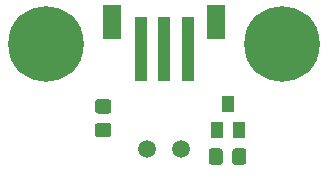
<source format=gbr>
%TF.GenerationSoftware,KiCad,Pcbnew,(5.1.8-0-10_14)*%
%TF.CreationDate,2021-03-11T12:17:28+11:00*%
%TF.ProjectId,Open-JIP(KiCad)_T3.6_OD,4f70656e-2d4a-4495-9028-4b6943616429,rev?*%
%TF.SameCoordinates,Original*%
%TF.FileFunction,Soldermask,Top*%
%TF.FilePolarity,Negative*%
%FSLAX46Y46*%
G04 Gerber Fmt 4.6, Leading zero omitted, Abs format (unit mm)*
G04 Created by KiCad (PCBNEW (5.1.8-0-10_14)) date 2021-03-11 12:17:28*
%MOMM*%
%LPD*%
G01*
G04 APERTURE LIST*
%ADD10C,6.400000*%
%ADD11C,0.800000*%
%ADD12R,1.600000X3.000000*%
%ADD13R,1.000000X5.500000*%
%ADD14C,1.500000*%
%ADD15R,1.000000X1.400000*%
G04 APERTURE END LIST*
D10*
%TO.C,REF\u002A\u002A*%
X65000000Y-119000000D03*
D11*
X67400000Y-119000000D03*
X66697056Y-120697056D03*
X65000000Y-121400000D03*
X63302944Y-120697056D03*
X62600000Y-119000000D03*
X63302944Y-117302944D03*
X65000000Y-116600000D03*
X66697056Y-117302944D03*
%TD*%
%TO.C,REF\u002A\u002A*%
X86697056Y-117302944D03*
X85000000Y-116600000D03*
X83302944Y-117302944D03*
X82600000Y-119000000D03*
X83302944Y-120697056D03*
X85000000Y-121400000D03*
X86697056Y-120697056D03*
X87400000Y-119000000D03*
D10*
X85000000Y-119000000D03*
%TD*%
D12*
%TO.C,J1*%
X70650000Y-117125000D03*
X79450000Y-117125000D03*
D13*
X77050000Y-119375000D03*
X75050000Y-119375000D03*
X73050000Y-119375000D03*
%TD*%
D14*
%TO.C,5V*%
X73550000Y-127900000D03*
%TD*%
%TO.C,GND*%
X76500000Y-127900000D03*
%TD*%
%TO.C,R4*%
G36*
G01*
X70325001Y-124875000D02*
X69424999Y-124875000D01*
G75*
G02*
X69175000Y-124625001I0J249999D01*
G01*
X69175000Y-123924999D01*
G75*
G02*
X69424999Y-123675000I249999J0D01*
G01*
X70325001Y-123675000D01*
G75*
G02*
X70575000Y-123924999I0J-249999D01*
G01*
X70575000Y-124625001D01*
G75*
G02*
X70325001Y-124875000I-249999J0D01*
G01*
G37*
G36*
G01*
X70325001Y-126875000D02*
X69424999Y-126875000D01*
G75*
G02*
X69175000Y-126625001I0J249999D01*
G01*
X69175000Y-125924999D01*
G75*
G02*
X69424999Y-125675000I249999J0D01*
G01*
X70325001Y-125675000D01*
G75*
G02*
X70575000Y-125924999I0J-249999D01*
G01*
X70575000Y-126625001D01*
G75*
G02*
X70325001Y-126875000I-249999J0D01*
G01*
G37*
%TD*%
%TO.C,R1*%
G36*
G01*
X80000000Y-128074999D02*
X80000000Y-128975001D01*
G75*
G02*
X79750001Y-129225000I-249999J0D01*
G01*
X79049999Y-129225000D01*
G75*
G02*
X78800000Y-128975001I0J249999D01*
G01*
X78800000Y-128074999D01*
G75*
G02*
X79049999Y-127825000I249999J0D01*
G01*
X79750001Y-127825000D01*
G75*
G02*
X80000000Y-128074999I0J-249999D01*
G01*
G37*
G36*
G01*
X82000000Y-128074999D02*
X82000000Y-128975001D01*
G75*
G02*
X81750001Y-129225000I-249999J0D01*
G01*
X81049999Y-129225000D01*
G75*
G02*
X80800000Y-128975001I0J249999D01*
G01*
X80800000Y-128074999D01*
G75*
G02*
X81049999Y-127825000I249999J0D01*
G01*
X81750001Y-127825000D01*
G75*
G02*
X82000000Y-128074999I0J-249999D01*
G01*
G37*
%TD*%
D15*
%TO.C,Q1*%
X79500000Y-126300000D03*
X81400000Y-126300000D03*
X80450000Y-124100000D03*
%TD*%
M02*

</source>
